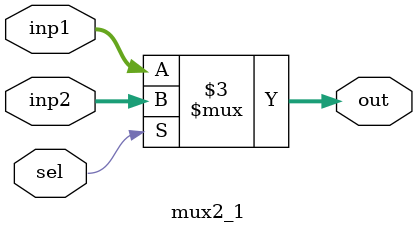
<source format=v>
module mux2_1 #(parameter N = 32, M = 32) (sel, inp1, inp2, out);

	input sel;
	input [N-1:0] inp1, inp2;
	output reg [M-1:0] out;
	
	always @ (*) begin
		case (sel)
			0: out = inp1;
			default: out = inp2;
		endcase
	end
	
endmodule

</source>
